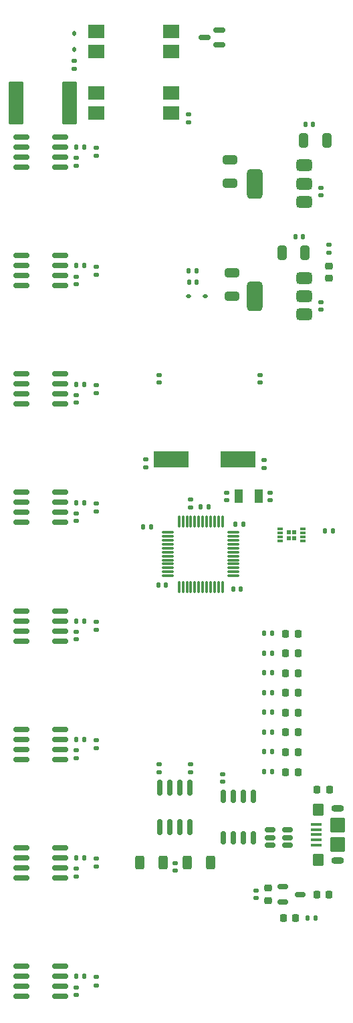
<source format=gbr>
%TF.GenerationSoftware,KiCad,Pcbnew,8.0.8+1*%
%TF.CreationDate,2025-02-28T15:38:28+00:00*%
%TF.ProjectId,belegt,62656c65-6774-42e6-9b69-6361645f7063,rev?*%
%TF.SameCoordinates,Original*%
%TF.FileFunction,Paste,Top*%
%TF.FilePolarity,Positive*%
%FSLAX46Y46*%
G04 Gerber Fmt 4.6, Leading zero omitted, Abs format (unit mm)*
G04 Created by KiCad (PCBNEW 8.0.8+1) date 2025-02-28 15:38:28*
%MOMM*%
%LPD*%
G01*
G04 APERTURE LIST*
G04 Aperture macros list*
%AMRoundRect*
0 Rectangle with rounded corners*
0 $1 Rounding radius*
0 $2 $3 $4 $5 $6 $7 $8 $9 X,Y pos of 4 corners*
0 Add a 4 corners polygon primitive as box body*
4,1,4,$2,$3,$4,$5,$6,$7,$8,$9,$2,$3,0*
0 Add four circle primitives for the rounded corners*
1,1,$1+$1,$2,$3*
1,1,$1+$1,$4,$5*
1,1,$1+$1,$6,$7*
1,1,$1+$1,$8,$9*
0 Add four rect primitives between the rounded corners*
20,1,$1+$1,$2,$3,$4,$5,0*
20,1,$1+$1,$4,$5,$6,$7,0*
20,1,$1+$1,$6,$7,$8,$9,0*
20,1,$1+$1,$8,$9,$2,$3,0*%
G04 Aperture macros list end*
%ADD10RoundRect,0.140000X-0.140000X-0.170000X0.140000X-0.170000X0.140000X0.170000X-0.140000X0.170000X0*%
%ADD11RoundRect,0.140000X0.170000X-0.140000X0.170000X0.140000X-0.170000X0.140000X-0.170000X-0.140000X0*%
%ADD12RoundRect,0.150000X-0.825000X-0.150000X0.825000X-0.150000X0.825000X0.150000X-0.825000X0.150000X0*%
%ADD13RoundRect,0.135000X0.135000X0.185000X-0.135000X0.185000X-0.135000X-0.185000X0.135000X-0.185000X0*%
%ADD14RoundRect,0.150000X0.150000X-0.675000X0.150000X0.675000X-0.150000X0.675000X-0.150000X-0.675000X0*%
%ADD15RoundRect,0.112500X-0.187500X-0.112500X0.187500X-0.112500X0.187500X0.112500X-0.187500X0.112500X0*%
%ADD16RoundRect,0.135000X-0.135000X-0.185000X0.135000X-0.185000X0.135000X0.185000X-0.135000X0.185000X0*%
%ADD17RoundRect,0.218750X-0.256250X0.218750X-0.256250X-0.218750X0.256250X-0.218750X0.256250X0.218750X0*%
%ADD18R,1.000000X1.800000*%
%ADD19RoundRect,0.140000X-0.170000X0.140000X-0.170000X-0.140000X0.170000X-0.140000X0.170000X0.140000X0*%
%ADD20RoundRect,0.218750X-0.218750X-0.256250X0.218750X-0.256250X0.218750X0.256250X-0.218750X0.256250X0*%
%ADD21RoundRect,0.250000X0.650000X-0.325000X0.650000X0.325000X-0.650000X0.325000X-0.650000X-0.325000X0*%
%ADD22RoundRect,0.112500X-0.112500X0.187500X-0.112500X-0.187500X0.112500X-0.187500X0.112500X0.187500X0*%
%ADD23RoundRect,0.250000X-0.712500X-2.475000X0.712500X-2.475000X0.712500X2.475000X-0.712500X2.475000X0*%
%ADD24RoundRect,0.150000X0.587500X0.150000X-0.587500X0.150000X-0.587500X-0.150000X0.587500X-0.150000X0*%
%ADD25RoundRect,0.250000X0.325000X0.650000X-0.325000X0.650000X-0.325000X-0.650000X0.325000X-0.650000X0*%
%ADD26R,2.000000X1.780000*%
%ADD27RoundRect,0.150000X-0.512500X-0.150000X0.512500X-0.150000X0.512500X0.150000X-0.512500X0.150000X0*%
%ADD28RoundRect,0.150000X-0.150000X0.825000X-0.150000X-0.825000X0.150000X-0.825000X0.150000X0.825000X0*%
%ADD29RoundRect,0.075000X-0.075000X0.662500X-0.075000X-0.662500X0.075000X-0.662500X0.075000X0.662500X0*%
%ADD30RoundRect,0.075000X-0.662500X0.075000X-0.662500X-0.075000X0.662500X-0.075000X0.662500X0.075000X0*%
%ADD31RoundRect,0.140000X0.140000X0.170000X-0.140000X0.170000X-0.140000X-0.170000X0.140000X-0.170000X0*%
%ADD32RoundRect,0.135000X0.185000X-0.135000X0.185000X0.135000X-0.185000X0.135000X-0.185000X-0.135000X0*%
%ADD33RoundRect,0.250000X0.312500X0.625000X-0.312500X0.625000X-0.312500X-0.625000X0.312500X-0.625000X0*%
%ADD34RoundRect,0.100000X0.575000X-0.100000X0.575000X0.100000X-0.575000X0.100000X-0.575000X-0.100000X0*%
%ADD35O,1.600000X0.900000*%
%ADD36RoundRect,0.250000X0.450000X-0.550000X0.450000X0.550000X-0.450000X0.550000X-0.450000X-0.550000X0*%
%ADD37RoundRect,0.250000X0.700000X-0.700000X0.700000X0.700000X-0.700000X0.700000X-0.700000X-0.700000X0*%
%ADD38RoundRect,0.375000X0.625000X0.375000X-0.625000X0.375000X-0.625000X-0.375000X0.625000X-0.375000X0*%
%ADD39RoundRect,0.500000X0.500000X1.400000X-0.500000X1.400000X-0.500000X-1.400000X0.500000X-1.400000X0*%
%ADD40RoundRect,0.225000X-0.225000X-0.250000X0.225000X-0.250000X0.225000X0.250000X-0.225000X0.250000X0*%
%ADD41RoundRect,0.135000X-0.185000X0.135000X-0.185000X-0.135000X0.185000X-0.135000X0.185000X0.135000X0*%
%ADD42R,4.500000X2.000000*%
%ADD43RoundRect,0.218750X0.218750X0.256250X-0.218750X0.256250X-0.218750X-0.256250X0.218750X-0.256250X0*%
%ADD44RoundRect,0.225000X0.250000X-0.225000X0.250000X0.225000X-0.250000X0.225000X-0.250000X-0.225000X0*%
%ADD45R,0.500000X0.600000*%
%ADD46R,0.750000X0.300000*%
%ADD47RoundRect,0.250000X-0.325000X-0.650000X0.325000X-0.650000X0.325000X0.650000X-0.325000X0.650000X0*%
G04 APERTURE END LIST*
D10*
%TO.C,C105*%
X125670000Y-102112500D03*
X126630000Y-102112500D03*
%TD*%
D11*
%TO.C,C304*%
X124000000Y-134730000D03*
X124000000Y-133770000D03*
%TD*%
D12*
%TO.C,U208*%
X98525000Y-158095000D03*
X98525000Y-159365000D03*
X98525000Y-160635000D03*
X98525000Y-161905000D03*
X103475000Y-161905000D03*
X103475000Y-160635000D03*
X103475000Y-159365000D03*
X103475000Y-158095000D03*
%TD*%
D10*
%TO.C,C106*%
X125370000Y-110312500D03*
X126330000Y-110312500D03*
%TD*%
D13*
%TO.C,R402*%
X130335000Y-130955000D03*
X129315000Y-130955000D03*
%TD*%
D14*
%TO.C,U302*%
X124095000Y-141875000D03*
X125365000Y-141875000D03*
X126635000Y-141875000D03*
X127905000Y-141875000D03*
X127905000Y-136625000D03*
X126635000Y-136625000D03*
X125365000Y-136625000D03*
X124095000Y-136625000D03*
%TD*%
D15*
%TO.C,D104*%
X119700000Y-73250000D03*
X121800000Y-73250000D03*
%TD*%
D16*
%TO.C,R201*%
X105490000Y-54400000D03*
X106510000Y-54400000D03*
%TD*%
%TO.C,R215*%
X105490000Y-159400000D03*
X106510000Y-159400000D03*
%TD*%
D12*
%TO.C,U203*%
X98525000Y-83095000D03*
X98525000Y-84365000D03*
X98525000Y-85635000D03*
X98525000Y-86905000D03*
X103475000Y-86905000D03*
X103475000Y-85635000D03*
X103475000Y-84365000D03*
X103475000Y-83095000D03*
%TD*%
D17*
%TO.C,D101*%
X137500000Y-69425000D03*
X137500000Y-71000000D03*
%TD*%
D18*
%TO.C,Y102*%
X126100000Y-98612500D03*
X128600000Y-98612500D03*
%TD*%
D19*
%TO.C,C206*%
X105500000Y-130770000D03*
X105500000Y-131730000D03*
%TD*%
D13*
%TO.C,R401*%
X130335000Y-133455000D03*
X129315000Y-133455000D03*
%TD*%
D20*
%TO.C,D402*%
X132000000Y-131000000D03*
X133575000Y-131000000D03*
%TD*%
D21*
%TO.C,C211*%
X125000000Y-58975000D03*
X125000000Y-56025000D03*
%TD*%
D13*
%TO.C,R408*%
X130335000Y-115955000D03*
X129315000Y-115955000D03*
%TD*%
D19*
%TO.C,C202*%
X105500000Y-70770000D03*
X105500000Y-71730000D03*
%TD*%
D11*
%TO.C,C303*%
X128250000Y-149460000D03*
X128250000Y-148500000D03*
%TD*%
D19*
%TO.C,C203*%
X105500000Y-85770000D03*
X105500000Y-86730000D03*
%TD*%
D10*
%TO.C,C210*%
X134520000Y-51500000D03*
X135480000Y-51500000D03*
%TD*%
D22*
%TO.C,D103*%
X105250000Y-39950000D03*
X105250000Y-42050000D03*
%TD*%
D23*
%TO.C,F101*%
X97862500Y-48750000D03*
X104637500Y-48750000D03*
%TD*%
D24*
%TO.C,Q101*%
X123625000Y-41450000D03*
X123625000Y-39550000D03*
X121750000Y-40500000D03*
%TD*%
D25*
%TO.C,C101*%
X134475000Y-67750000D03*
X131525000Y-67750000D03*
%TD*%
D20*
%TO.C,D406*%
X132000000Y-121000000D03*
X133575000Y-121000000D03*
%TD*%
D26*
%TO.C,U102*%
X107985000Y-39730000D03*
X107985000Y-42270000D03*
X117515000Y-42270000D03*
X117515000Y-39730000D03*
%TD*%
D16*
%TO.C,R202*%
X105490000Y-69400000D03*
X106510000Y-69400000D03*
%TD*%
D12*
%TO.C,U202*%
X98525000Y-68095000D03*
X98525000Y-69365000D03*
X98525000Y-70635000D03*
X98525000Y-71905000D03*
X103475000Y-71905000D03*
X103475000Y-70635000D03*
X103475000Y-69365000D03*
X103475000Y-68095000D03*
%TD*%
D13*
%TO.C,R405*%
X130335000Y-123455000D03*
X129315000Y-123455000D03*
%TD*%
D19*
%TO.C,C208*%
X105500000Y-160770000D03*
X105500000Y-161730000D03*
%TD*%
D16*
%TO.C,R203*%
X105490000Y-84400000D03*
X106510000Y-84400000D03*
%TD*%
D27*
%TO.C,U301*%
X131612500Y-148050000D03*
X131612500Y-149950000D03*
X133887500Y-149000000D03*
%TD*%
D13*
%TO.C,R301*%
X135760000Y-152000000D03*
X134740000Y-152000000D03*
%TD*%
D12*
%TO.C,U205*%
X98525000Y-113095000D03*
X98525000Y-114365000D03*
X98525000Y-115635000D03*
X98525000Y-116905000D03*
X103475000Y-116905000D03*
X103475000Y-115635000D03*
X103475000Y-114365000D03*
X103475000Y-113095000D03*
%TD*%
D28*
%TO.C,U105*%
X119905000Y-135525000D03*
X118635000Y-135525000D03*
X117365000Y-135525000D03*
X116095000Y-135525000D03*
X116095000Y-140475000D03*
X117365000Y-140475000D03*
X118635000Y-140475000D03*
X119905000Y-140475000D03*
%TD*%
D29*
%TO.C,U104*%
X124000000Y-101750000D03*
X123500000Y-101750000D03*
X123000000Y-101750000D03*
X122500000Y-101750000D03*
X122000000Y-101750000D03*
X121500000Y-101750000D03*
X121000000Y-101750000D03*
X120500000Y-101750000D03*
X120000000Y-101750000D03*
X119500000Y-101750000D03*
X119000000Y-101750000D03*
X118500000Y-101750000D03*
D30*
X117087500Y-103162500D03*
X117087500Y-103662500D03*
X117087500Y-104162500D03*
X117087500Y-104662500D03*
X117087500Y-105162500D03*
X117087500Y-105662500D03*
X117087500Y-106162500D03*
X117087500Y-106662500D03*
X117087500Y-107162500D03*
X117087500Y-107662500D03*
X117087500Y-108162500D03*
X117087500Y-108662500D03*
D29*
X118500000Y-110075000D03*
X119000000Y-110075000D03*
X119500000Y-110075000D03*
X120000000Y-110075000D03*
X120500000Y-110075000D03*
X121000000Y-110075000D03*
X121500000Y-110075000D03*
X122000000Y-110075000D03*
X122500000Y-110075000D03*
X123000000Y-110075000D03*
X123500000Y-110075000D03*
X124000000Y-110075000D03*
D30*
X125412500Y-108662500D03*
X125412500Y-108162500D03*
X125412500Y-107662500D03*
X125412500Y-107162500D03*
X125412500Y-106662500D03*
X125412500Y-106162500D03*
X125412500Y-105662500D03*
X125412500Y-105162500D03*
X125412500Y-104662500D03*
X125412500Y-104162500D03*
X125412500Y-103662500D03*
X125412500Y-103162500D03*
%TD*%
D31*
%TO.C,C108*%
X116830000Y-109812500D03*
X115870000Y-109812500D03*
%TD*%
D20*
%TO.C,D403*%
X132000000Y-128500000D03*
X133575000Y-128500000D03*
%TD*%
D32*
%TO.C,R214*%
X108000000Y-145510000D03*
X108000000Y-144490000D03*
%TD*%
D13*
%TO.C,R403*%
X130335000Y-128455000D03*
X129315000Y-128455000D03*
%TD*%
D33*
%TO.C,R110*%
X122462500Y-145000000D03*
X119537500Y-145000000D03*
%TD*%
D32*
%TO.C,R106*%
X119750000Y-51260000D03*
X119750000Y-50240000D03*
%TD*%
D33*
%TO.C,R112*%
X116462500Y-145000000D03*
X113537500Y-145000000D03*
%TD*%
D32*
%TO.C,R210*%
X108000000Y-100510000D03*
X108000000Y-99490000D03*
%TD*%
D20*
%TO.C,D404*%
X132000000Y-126000000D03*
X133575000Y-126000000D03*
%TD*%
D13*
%TO.C,R107*%
X122270000Y-99912500D03*
X121250000Y-99912500D03*
%TD*%
%TO.C,R404*%
X130335000Y-125955000D03*
X129315000Y-125955000D03*
%TD*%
D11*
%TO.C,C109*%
X129250000Y-94992500D03*
X129250000Y-94032500D03*
%TD*%
D20*
%TO.C,D407*%
X132000000Y-118500000D03*
X133575000Y-118500000D03*
%TD*%
D11*
%TO.C,C117*%
X128750000Y-84210000D03*
X128750000Y-83250000D03*
%TD*%
D32*
%TO.C,R205*%
X108000000Y-70510000D03*
X108000000Y-69490000D03*
%TD*%
D13*
%TO.C,R104*%
X115010000Y-102500000D03*
X113990000Y-102500000D03*
%TD*%
D11*
%TO.C,C113*%
X114250000Y-94892500D03*
X114250000Y-93932500D03*
%TD*%
D10*
%TO.C,C110*%
X119790000Y-71500000D03*
X120750000Y-71500000D03*
%TD*%
D34*
%TO.C,J301*%
X135875000Y-142750000D03*
X135875000Y-142100000D03*
X135875000Y-141450000D03*
X135875000Y-140800000D03*
X135875000Y-140150000D03*
D35*
X138550000Y-144750000D03*
D36*
X136100000Y-144650000D03*
D37*
X138550000Y-142650000D03*
X138550000Y-140250000D03*
D36*
X136100000Y-138250000D03*
D35*
X138550000Y-138150000D03*
%TD*%
D32*
%TO.C,R111*%
X116000000Y-133510000D03*
X116000000Y-132490000D03*
%TD*%
D38*
%TO.C,U209*%
X134400000Y-61300000D03*
X134400000Y-59000000D03*
D39*
X128100000Y-59000000D03*
D38*
X134400000Y-56700000D03*
%TD*%
D32*
%TO.C,R206*%
X108000000Y-85510000D03*
X108000000Y-84490000D03*
%TD*%
D12*
%TO.C,U207*%
X98525000Y-143095000D03*
X98525000Y-144365000D03*
X98525000Y-145635000D03*
X98525000Y-146905000D03*
X103475000Y-146905000D03*
X103475000Y-145635000D03*
X103475000Y-144365000D03*
X103475000Y-143095000D03*
%TD*%
D40*
%TO.C,C301*%
X135975000Y-149000000D03*
X137525000Y-149000000D03*
%TD*%
D13*
%TO.C,R407*%
X130335000Y-118455000D03*
X129315000Y-118455000D03*
%TD*%
D19*
%TO.C,C201*%
X105500000Y-55770000D03*
X105500000Y-56730000D03*
%TD*%
D41*
%TO.C,R101*%
X105250000Y-43490000D03*
X105250000Y-44510000D03*
%TD*%
D42*
%TO.C,Y101*%
X117500000Y-93912500D03*
X126000000Y-93912500D03*
%TD*%
D12*
%TO.C,U206*%
X98525000Y-128095000D03*
X98525000Y-129365000D03*
X98525000Y-130635000D03*
X98525000Y-131905000D03*
X103475000Y-131905000D03*
X103475000Y-130635000D03*
X103475000Y-129365000D03*
X103475000Y-128095000D03*
%TD*%
D16*
%TO.C,R105*%
X119730000Y-70000000D03*
X120750000Y-70000000D03*
%TD*%
D20*
%TO.C,FB301*%
X135962500Y-135750000D03*
X137537500Y-135750000D03*
%TD*%
D32*
%TO.C,R102*%
X137495000Y-67762500D03*
X137495000Y-66742500D03*
%TD*%
D13*
%TO.C,R103*%
X138010000Y-103000000D03*
X136990000Y-103000000D03*
%TD*%
D43*
%TO.C,D301*%
X133287500Y-152000000D03*
X131712500Y-152000000D03*
%TD*%
D12*
%TO.C,U201*%
X98525000Y-53095000D03*
X98525000Y-54365000D03*
X98525000Y-55635000D03*
X98525000Y-56905000D03*
X103475000Y-56905000D03*
X103475000Y-55635000D03*
X103475000Y-54365000D03*
X103475000Y-53095000D03*
%TD*%
D32*
%TO.C,R212*%
X108000000Y-130510000D03*
X108000000Y-129490000D03*
%TD*%
%TO.C,R211*%
X108000000Y-115510000D03*
X108000000Y-114490000D03*
%TD*%
D16*
%TO.C,R213*%
X105490000Y-144400000D03*
X106510000Y-144400000D03*
%TD*%
D31*
%TO.C,C102*%
X134230000Y-65750000D03*
X133270000Y-65750000D03*
%TD*%
D44*
%TO.C,C302*%
X129750000Y-149775000D03*
X129750000Y-148225000D03*
%TD*%
D11*
%TO.C,C107*%
X119950000Y-99992500D03*
X119950000Y-99032500D03*
%TD*%
D45*
%TO.C,U106*%
X133075000Y-103875000D03*
X133075000Y-103125000D03*
X132425000Y-103875000D03*
X132425000Y-103125000D03*
D46*
X134200000Y-104250000D03*
X134200000Y-103750000D03*
X134200000Y-103250000D03*
X134200000Y-102750000D03*
X131300000Y-102750000D03*
X131300000Y-103250000D03*
X131300000Y-103750000D03*
X131300000Y-104250000D03*
%TD*%
D19*
%TO.C,C212*%
X136500000Y-59520000D03*
X136500000Y-60480000D03*
%TD*%
D13*
%TO.C,R406*%
X130335000Y-120955000D03*
X129315000Y-120955000D03*
%TD*%
D11*
%TO.C,C115*%
X118000000Y-145980000D03*
X118000000Y-145020000D03*
%TD*%
D27*
%TO.C,U303*%
X130000000Y-140850000D03*
X130000000Y-141800000D03*
X130000000Y-142750000D03*
X132275000Y-142750000D03*
X132275000Y-141800000D03*
X132275000Y-140850000D03*
%TD*%
D26*
%TO.C,U103*%
X117515000Y-50020000D03*
X117515000Y-47480000D03*
X107985000Y-47480000D03*
X107985000Y-50020000D03*
%TD*%
D20*
%TO.C,D401*%
X132000000Y-133500000D03*
X133575000Y-133500000D03*
%TD*%
D19*
%TO.C,C205*%
X105500000Y-115770000D03*
X105500000Y-116730000D03*
%TD*%
D32*
%TO.C,R216*%
X108000000Y-160510000D03*
X108000000Y-159490000D03*
%TD*%
D19*
%TO.C,C207*%
X105500000Y-145770000D03*
X105500000Y-146730000D03*
%TD*%
D20*
%TO.C,D405*%
X132000000Y-123500000D03*
X133575000Y-123500000D03*
%TD*%
D16*
%TO.C,R208*%
X105490000Y-114400000D03*
X106510000Y-114400000D03*
%TD*%
D32*
%TO.C,R109*%
X120000000Y-133510000D03*
X120000000Y-132490000D03*
%TD*%
D38*
%TO.C,U101*%
X134400000Y-75550000D03*
X134400000Y-73250000D03*
D39*
X128100000Y-73250000D03*
D38*
X134400000Y-70950000D03*
%TD*%
D19*
%TO.C,C112*%
X130050000Y-98132500D03*
X130050000Y-99092500D03*
%TD*%
D11*
%TO.C,C116*%
X116000000Y-84210000D03*
X116000000Y-83250000D03*
%TD*%
D19*
%TO.C,C204*%
X105500000Y-100770000D03*
X105500000Y-101730000D03*
%TD*%
%TO.C,C114*%
X124550000Y-98132500D03*
X124550000Y-99092500D03*
%TD*%
D20*
%TO.C,D408*%
X132000000Y-116000000D03*
X133575000Y-116000000D03*
%TD*%
D47*
%TO.C,C209*%
X134275000Y-53500000D03*
X137225000Y-53500000D03*
%TD*%
D32*
%TO.C,R204*%
X108000000Y-55510000D03*
X108000000Y-54490000D03*
%TD*%
D12*
%TO.C,U204*%
X98525000Y-98095000D03*
X98525000Y-99365000D03*
X98525000Y-100635000D03*
X98525000Y-101905000D03*
X103475000Y-101905000D03*
X103475000Y-100635000D03*
X103475000Y-99365000D03*
X103475000Y-98095000D03*
%TD*%
D16*
%TO.C,R207*%
X105490000Y-99400000D03*
X106510000Y-99400000D03*
%TD*%
%TO.C,R209*%
X105490000Y-129400000D03*
X106510000Y-129400000D03*
%TD*%
D19*
%TO.C,C104*%
X136500000Y-74020000D03*
X136500000Y-74980000D03*
%TD*%
D21*
%TO.C,C103*%
X125250000Y-73225000D03*
X125250000Y-70275000D03*
%TD*%
M02*

</source>
